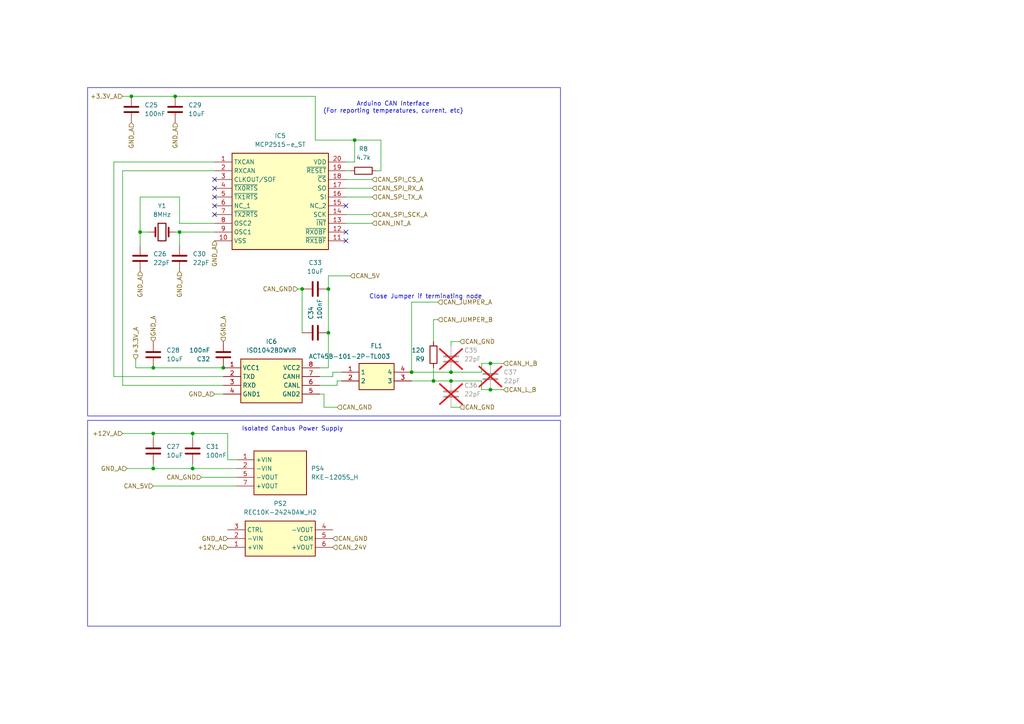
<source format=kicad_sch>
(kicad_sch (version 20250114) (generator "eeschema") (generator_version "9.0")
  (paper "A4")
  (lib_symbols
    (symbol "Device:C" (pin_numbers (hide yes)) (pin_names (offset 0.254))
      (property "Reference" "C" (at 0.635 2.54 0))
      (property "Value" "C" (at 0.635 -2.54 0))
      (symbol "C_0_1"
        (polyline (pts (xy -2.032 0.762) (xy 2.032 0.762)) (stroke (width 0.508)))
        (polyline (pts (xy -2.032 -0.762) (xy 2.032 -0.762)) (stroke (width 0.508)))
      )
      (symbol "C_1_1"
        (pin passive line (at 0 3.81 270) (length 2.794) (name "~") (number "1"))
        (pin passive line (at 0 -3.81 90) (length 2.794) (name "~") (number "2"))
      )
    )
    (symbol "Device:Crystal" (pin_numbers (hide yes)) (pin_names (offset 1.016) (hide yes))
      (property "Reference" "Y" (at 0 3.81 0))
      (property "Value" "Crystal" (at 0 -3.81 0))
      (symbol "Crystal_0_1"
        (polyline (pts (xy -2.54 0) (xy -1.905 0)))
        (polyline (pts (xy -1.905 -1.27) (xy -1.905 1.27)) (stroke (width 0.508)))
        (rectangle (start -1.143 2.54) (end 1.143 -2.54) (stroke (width 0.3048)))
        (polyline (pts (xy 1.905 -1.27) (xy 1.905 1.27)) (stroke (width 0.508)))
        (polyline (pts (xy 2.54 0) (xy 1.905 0)))
      )
      (symbol "Crystal_1_1"
        (pin passive line (at -3.81 0 0) (length 1.27) (name "1") (number "1"))
        (pin passive line (at 3.81 0 180) (length 1.27) (name "2") (number "2"))
      )
    )
    (symbol "Device:R" (pin_numbers (hide yes)) (pin_names (offset 0))
      (property "Reference" "R" (at 2.032 0 90))
      (property "Value" "R" (at 0 0 90))
      (symbol "R_0_1"
        (rectangle (start -1.016 -2.54) (end 1.016 2.54) (stroke (width 0.254)))
      )
      (symbol "R_1_1"
        (pin passive line (at 0 3.81 270) (length 1.27) (name "~") (number "1"))
        (pin passive line (at 0 -3.81 90) (length 1.27) (name "~") (number "2"))
      )
    )
    (symbol "InverterCom:ACT45B-101-2P-TL003"
      (property "Reference" "FL" (at 16.51 7.62 0))
      (property "Value" "ACT45B-101-2P-TL003" (at 16.51 5.08 0))
      (symbol "ACT45B-101-2P-TL003_1_1"
        (rectangle (start 5.08 2.54) (end 15.24 -5.08) (stroke (width 0.254)) (fill (type background)))
        (pin passive line (at 0 0 0) (length 5.08) (name "1") (number "1"))
        (pin passive line (at 0 -2.54 0) (length 5.08) (name "2") (number "2"))
        (pin passive line (at 20.32 0 180) (length 5.08) (name "4") (number "4"))
        (pin passive line (at 20.32 -2.54 180) (length 5.08) (name "3") (number "3"))
      )
    )
    (symbol "InverterCom:ISO1042BDWVR"
      (property "Reference" "IC" (at 24.13 7.62 0))
      (property "Value" "ISO1042BDWVR" (at 24.13 5.08 0))
      (symbol "ISO1042BDWVR_1_1"
        (rectangle (start 5.08 2.54) (end 22.86 -10.16) (stroke (width 0.254)) (fill (type background)))
        (pin passive line (at 0 0 0) (length 5.08) (name "VCC1") (number "1"))
        (pin passive line (at 0 -2.54 0) (length 5.08) (name "TXD") (number "2"))
        (pin passive line (at 0 -5.08 0) (length 5.08) (name "RXD") (number "3"))
        (pin passive line (at 0 -7.62 0) (length 5.08) (name "GND1") (number "4"))
        (pin passive line (at 27.94 0 180) (length 5.08) (name "VCC2") (number "8"))
        (pin passive line (at 27.94 -2.54 180) (length 5.08) (name "CANH") (number "7"))
        (pin passive line (at 27.94 -5.08 180) (length 5.08) (name "CANL") (number "6"))
        (pin passive line (at 27.94 -7.62 180) (length 5.08) (name "GND2") (number "5"))
      )
    )
    (symbol "InverterCom:MCP2515-e_ST"
      (property "Reference" "IC" (at 34.29 7.62 0))
      (property "Value" "MCP2515-e_ST" (at 34.29 5.08 0))
      (symbol "MCP2515-e_ST_1_1"
        (rectangle (start 5.08 2.54) (end 33.02 -25.4) (stroke (width 0.254)) (fill (type background)))
        (pin passive line (at 0 0 0) (length 5.08) (name "TXCAN") (number "1"))
        (pin passive line (at 0 -2.54 0) (length 5.08) (name "RXCAN") (number "2"))
        (pin passive line (at 0 -5.08 0) (length 5.08) (name "CLKOUT/SOF") (number "3"))
        (pin passive line (at 0 -7.62 0) (length 5.08) (name "~{TX0RTS}") (number "4"))
        (pin passive line (at 0 -10.16 0) (length 5.08) (name "~{TX1RTS}") (number "5"))
        (pin passive line (at 0 -12.7 0) (length 5.08) (name "NC_1") (number "6"))
        (pin passive line (at 0 -15.24 0) (length 5.08) (name "~{TX2RTS}") (number "7"))
        (pin passive line (at 0 -17.78 0) (length 5.08) (name "OSC2") (number "8"))
        (pin passive line (at 0 -20.32 0) (length 5.08) (name "OSC1") (number "9"))
        (pin passive line (at 0 -22.86 0) (length 5.08) (name "VSS") (number "10"))
        (pin passive line (at 38.1 0 180) (length 5.08) (name "VDD") (number "20"))
        (pin passive line (at 38.1 -2.54 180) (length 5.08) (name "~{RESET}") (number "19"))
        (pin passive line (at 38.1 -5.08 180) (length 5.08) (name "~{CS}") (number "18"))
        (pin passive line (at 38.1 -7.62 180) (length 5.08) (name "SO") (number "17"))
        (pin passive line (at 38.1 -10.16 180) (length 5.08) (name "SI") (number "16"))
        (pin passive line (at 38.1 -12.7 180) (length 5.08) (name "NC_2") (number "15"))
        (pin passive line (at 38.1 -15.24 180) (length 5.08) (name "SCK") (number "14"))
        (pin passive line (at 38.1 -17.78 180) (length 5.08) (name "~{INT}") (number "13"))
        (pin passive line (at 38.1 -20.32 180) (length 5.08) (name "~{RX0BF}") (number "12"))
        (pin passive line (at 38.1 -22.86 180) (length 5.08) (name "~{RX1BF}") (number "11"))
      )
    )
    (symbol "InverterCom:REC10K-2424DAW_H2"
      (property "Reference" "PS" (at 26.67 7.62 0))
      (property "Value" "REC10K-2424DAW_H2" (at 26.67 5.08 0))
      (symbol "REC10K-2424DAW_H2_1_1"
        (rectangle (start 5.08 2.54) (end 25.4 -7.62) (stroke (width 0.254)) (fill (type background)))
        (pin passive line (at 0 0 0) (length 5.08) (name "CTRL") (number "3"))
        (pin passive line (at 0 -2.54 0) (length 5.08) (name "-VIN") (number "2"))
        (pin passive line (at 0 -5.08 0) (length 5.08) (name "+VIN") (number "1"))
        (pin passive line (at 30.48 0 180) (length 5.08) (name "-VOUT") (number "4"))
        (pin passive line (at 30.48 -2.54 180) (length 5.08) (name "COM") (number "5"))
        (pin passive line (at 30.48 -5.08 180) (length 5.08) (name "+VOUT") (number "6"))
      )
    )
    (symbol "InverterCom:RKE-1205S_H"
      (property "Reference" "PS" (at 21.59 7.62 0))
      (property "Value" "RKE-1205S_H" (at 21.59 5.08 0))
      (symbol "RKE-1205S_H_1_1"
        (rectangle (start 5.08 2.54) (end 20.32 -10.16) (stroke (width 0.254)) (fill (type background)))
        (pin passive line (at 0 0 0) (length 5.08) (name "+VIN") (number "1"))
        (pin passive line (at 0 -2.54 0) (length 5.08) (name "-VIN") (number "2"))
        (pin passive line (at 0 -5.08 0) (length 5.08) (name "-VOUT") (number "5"))
        (pin passive line (at 0 -7.62 0) (length 5.08) (name "+VOUT") (number "7"))
      )
    )
  )
  (rectangle (start 25.4 25.4) (end 162.56 120.65))
  (rectangle (start 25.4 121.92) (end 162.56 181.61))
  (text "Close Jumper if terminating node\n" (at 123.444 86.106 0) (effects (font (size 1.27 1.27))))
  (text "Arduino CAN Interface\n(For reporting temperatures, current, etc)" (at 114.046 31.242 0) (effects (font (size 1.27 1.27))))
  (text "Isolated Canbus Power Supply\n" (at 84.836 124.46 0) (effects (font (size 1.27 1.27))))
  (junction (at 44.45 106.68))
  (junction (at 142.24 113.03))
  (junction (at 40.64 67.31))
  (junction (at 119.38 107.95))
  (junction (at 95.25 96.52))
  (junction (at 55.88 135.89))
  (junction (at 142.24 105.41))
  (junction (at 55.88 125.73))
  (junction (at 125.73 110.49))
  (junction (at 50.8 27.94))
  (junction (at 44.45 135.89))
  (junction (at 44.45 125.73))
  (junction (at 130.81 110.49))
  (junction (at 102.87 40.64))
  (junction (at 130.81 107.95))
  (junction (at 87.63 83.82))
  (junction (at 64.77 106.68))
  (junction (at 38.1 27.94))
  (junction (at 52.07 67.31))
  (junction (at 95.25 83.82))
  (no_connect (at 62.23 54.61))
  (no_connect (at 62.23 62.23))
  (no_connect (at 62.23 57.15))
  (no_connect (at 62.23 52.07))
  (no_connect (at 100.33 59.69))
  (no_connect (at 62.23 59.69))
  (no_connect (at 100.33 67.31))
  (no_connect (at 100.33 69.85))
  (wire (pts (xy 110.49 40.64) (xy 102.87 40.64)))
  (wire (pts (xy 97.79 111.76) (xy 92.71 111.76)))
  (wire (pts (xy 66.04 125.73) (xy 66.04 133.35)))
  (wire (pts (xy 139.7 113.03) (xy 142.24 113.03)))
  (wire (pts (xy 44.45 135.89) (xy 55.88 135.89)))
  (wire (pts (xy 100.33 62.23) (xy 107.95 62.23)))
  (wire (pts (xy 100.33 46.99) (xy 102.87 46.99)))
  (wire (pts (xy 95.25 83.82) (xy 95.25 96.52)))
  (wire (pts (xy 96.52 107.95) (xy 96.52 109.22)))
  (wire (pts (xy 55.88 125.73) (xy 66.04 125.73)))
  (wire (pts (xy 39.37 106.68) (xy 44.45 106.68)))
  (wire (pts (xy 55.88 134.62) (xy 55.88 135.89)))
  (wire (pts (xy 35.56 111.76) (xy 64.77 111.76)))
  (wire (pts (xy 44.45 140.97) (xy 68.58 140.97)))
  (wire (pts (xy 35.56 49.53) (xy 35.56 111.76)))
  (wire (pts (xy 44.45 125.73) (xy 55.88 125.73)))
  (wire (pts (xy 35.56 49.53) (xy 62.23 49.53)))
  (wire (pts (xy 35.56 27.94) (xy 38.1 27.94)))
  (wire (pts (xy 96.52 109.22) (xy 92.71 109.22)))
  (wire (pts (xy 97.79 110.49) (xy 97.79 111.76)))
  (wire (pts (xy 101.6 80.01) (xy 95.25 80.01)))
  (wire (pts (xy 93.98 114.3) (xy 92.71 114.3)))
  (wire (pts (xy 95.25 106.68) (xy 92.71 106.68)))
  (wire (pts (xy 125.73 92.71) (xy 127 92.71)))
  (wire (pts (xy 139.7 113.03) (xy 139.7 110.49)))
  (wire (pts (xy 36.83 135.89) (xy 44.45 135.89)))
  (wire (pts (xy 93.98 118.11) (xy 93.98 114.3)))
  (wire (pts (xy 100.33 49.53) (xy 101.6 49.53)))
  (wire (pts (xy 125.73 92.71) (xy 125.73 99.06)))
  (wire (pts (xy 44.45 106.68) (xy 64.77 106.68)))
  (wire (pts (xy 130.81 99.06) (xy 130.81 100.33)))
  (wire (pts (xy 100.33 64.77) (xy 107.95 64.77)))
  (wire (pts (xy 44.45 134.62) (xy 44.45 135.89)))
  (wire (pts (xy 127 87.63) (xy 119.38 87.63)))
  (wire (pts (xy 62.23 64.77) (xy 52.07 64.77)))
  (wire (pts (xy 102.87 46.99) (xy 102.87 40.64)))
  (wire (pts (xy 52.07 64.77) (xy 52.07 57.15)))
  (wire (pts (xy 97.79 118.11) (xy 93.98 118.11)))
  (wire (pts (xy 139.7 105.41) (xy 139.7 107.95)))
  (wire (pts (xy 91.44 27.94) (xy 50.8 27.94)))
  (wire (pts (xy 40.64 67.31) (xy 40.64 71.12)))
  (wire (pts (xy 100.33 52.07) (xy 107.95 52.07)))
  (wire (pts (xy 125.73 110.49) (xy 130.81 110.49)))
  (wire (pts (xy 142.24 105.41) (xy 146.05 105.41)))
  (wire (pts (xy 38.1 27.94) (xy 50.8 27.94)))
  (wire (pts (xy 119.38 107.95) (xy 130.81 107.95)))
  (wire (pts (xy 58.42 138.43) (xy 68.58 138.43)))
  (wire (pts (xy 96.52 107.95) (xy 99.06 107.95)))
  (wire (pts (xy 139.7 105.41) (xy 142.24 105.41)))
  (wire (pts (xy 119.38 110.49) (xy 125.73 110.49)))
  (wire (pts (xy 33.02 46.99) (xy 33.02 109.22)))
  (wire (pts (xy 39.37 106.68) (xy 39.37 104.14)))
  (wire (pts (xy 91.44 40.64) (xy 91.44 27.94)))
  (wire (pts (xy 100.33 57.15) (xy 107.95 57.15)))
  (wire (pts (xy 62.23 114.3) (xy 64.77 114.3)))
  (wire (pts (xy 52.07 67.31) (xy 62.23 67.31)))
  (wire (pts (xy 130.81 110.49) (xy 139.7 110.49)))
  (wire (pts (xy 50.8 67.31) (xy 52.07 67.31)))
  (wire (pts (xy 95.25 80.01) (xy 95.25 83.82)))
  (wire (pts (xy 86.36 83.82) (xy 87.63 83.82)))
  (wire (pts (xy 100.33 54.61) (xy 107.95 54.61)))
  (wire (pts (xy 55.88 125.73) (xy 55.88 127)))
  (wire (pts (xy 110.49 49.53) (xy 110.49 40.64)))
  (wire (pts (xy 130.81 118.11) (xy 133.35 118.11)))
  (wire (pts (xy 97.79 110.49) (xy 99.06 110.49)))
  (wire (pts (xy 55.88 135.89) (xy 68.58 135.89)))
  (wire (pts (xy 66.04 133.35) (xy 68.58 133.35)))
  (wire (pts (xy 33.02 109.22) (xy 64.77 109.22)))
  (wire (pts (xy 95.25 96.52) (xy 95.25 106.68)))
  (wire (pts (xy 130.81 107.95) (xy 139.7 107.95)))
  (wire (pts (xy 125.73 106.68) (xy 125.73 110.49)))
  (wire (pts (xy 142.24 113.03) (xy 146.05 113.03)))
  (wire (pts (xy 133.35 99.06) (xy 130.81 99.06)))
  (wire (pts (xy 40.64 57.15) (xy 40.64 67.31)))
  (wire (pts (xy 52.07 57.15) (xy 40.64 57.15)))
  (wire (pts (xy 119.38 87.63) (xy 119.38 107.95)))
  (wire (pts (xy 52.07 71.12) (xy 52.07 67.31)))
  (wire (pts (xy 35.56 125.73) (xy 44.45 125.73)))
  (wire (pts (xy 109.22 49.53) (xy 110.49 49.53)))
  (wire (pts (xy 91.44 40.64) (xy 102.87 40.64)))
  (wire (pts (xy 87.63 83.82) (xy 87.63 96.52)))
  (wire (pts (xy 33.02 46.99) (xy 62.23 46.99)))
  (wire (pts (xy 40.64 67.31) (xy 43.18 67.31)))
  (wire (pts (xy 44.45 125.73) (xy 44.45 127)))
  (hierarchical_label "GND_A" (shape input) (at 62.23 69.85 270))
  (hierarchical_label "GND_A" (shape input) (at 50.8 35.56 270))
  (hierarchical_label "GND_A" (shape input) (at 36.83 135.89 180))
  (hierarchical_label "GND_A" (shape input) (at 64.77 99.06 90))
  (hierarchical_label "CAN_GND" (shape input) (at 133.35 118.11 0))
  (hierarchical_label "CAN_SPI_CS_A" (shape input) (at 107.95 52.07 0))
  (hierarchical_label "+3.3V_A" (shape input) (at 39.37 104.14 90))
  (hierarchical_label "CAN_GND" (shape input) (at 58.42 138.43 180))
  (hierarchical_label "CAN_24V" (shape input) (at 96.52 158.75 0))
  (hierarchical_label "CAN_SPI_SCK_A" (shape input) (at 107.95 62.23 0))
  (hierarchical_label "+12V_A" (shape input) (at 35.56 125.73 180))
  (hierarchical_label "CAN_INT_A" (shape input) (at 107.95 64.77 0))
  (hierarchical_label "CAN_GND" (shape input) (at 133.35 99.06 0))
  (hierarchical_label "GND_A" (shape input) (at 40.64 78.74 270))
  (hierarchical_label "GND_A" (shape input) (at 52.07 78.74 270))
  (hierarchical_label "CAN_JUMPER_A" (shape input) (at 127 87.63 0))
  (hierarchical_label "CAN_GND" (shape input) (at 96.52 156.21 0))
  (hierarchical_label "GND_A" (shape input) (at 62.23 114.3 180))
  (hierarchical_label "CAN_L_B" (shape input) (at 146.05 113.03 0))
  (hierarchical_label "CAN_GND" (shape input) (at 86.36 83.82 180))
  (hierarchical_label "CAN_SPI_TX_A" (shape input) (at 107.95 57.15 0))
  (hierarchical_label "CAN_GND" (shape input) (at 97.79 118.11 0))
  (hierarchical_label "CAN_5V" (shape input) (at 44.45 140.97 180))
  (hierarchical_label "+3.3V_A" (shape input) (at 35.56 27.94 180))
  (hierarchical_label "CAN_H_B" (shape input) (at 146.05 105.41 0))
  (hierarchical_label "CAN_SPI_RX_A" (shape input) (at 107.95 54.61 0))
  (hierarchical_label "GND_A" (shape input) (at 38.1 35.56 270))
  (hierarchical_label "GND_A" (shape input) (at 66.04 156.21 180))
  (hierarchical_label "CAN_5V" (shape input) (at 101.6 80.01 0))
  (hierarchical_label "CAN_JUMPER_B" (shape input) (at 127 92.71 0))
  (hierarchical_label "GND_A" (shape input) (at 44.45 99.06 90))
  (hierarchical_label "+12V_A" (shape input) (at 66.04 158.75 180))
  (symbol (lib_id "Device:Crystal") (at 46.99 67.31 0) (unit 1)
    (property "Reference" "Y1" (at 46.99 59.69 0))
    (property "Value" "8MHz" (at 46.99 62.23 0))
    (property "Footprint" "Crystal:Crystal_HC49-4H_Vertical" (effects (hide yes)))
    (property "Description" "Two pin crystal" (effects (hide yes)))
  )
  (symbol (lib_id "Device:R") (at 125.73 102.87 0) (unit 1)
    (property "Reference" "R9" (at 123.19 104.1401 0) (effects (justify right)))
    (property "Value" "120" (at 123.19 101.6001 0) (effects (justify right)))
    (property "Footprint" "Resistor_SMD:R_1210_3225Metric_Pad1.30x2.65mm_HandSolder" (effects (hide yes)))
    (property "Description" "Resistor" (effects (hide yes)))
  )
  (symbol (lib_id "Device:C") (at 130.81 114.3 0) (unit 1) (dnp yes)
    (property "Reference" "C36" (at 134.62 111.7599 0) (effects (justify left)))
    (property "Value" "22pF" (at 134.62 114.2999 0) (effects (justify left)))
    (property "Footprint" "Capacitor_SMD:C_1210_3225Metric_Pad1.33x2.70mm_HandSolder" (effects (hide yes)))
    (property "Description" "Unpolarized capacitor" (effects (hide yes)))
  )
  (symbol (lib_id "Device:C") (at 38.1 31.75 0) (unit 1)
    (property "Reference" "C25" (at 41.91 30.4799 0) (effects (justify left)))
    (property "Value" "100nF" (at 41.91 33.02 0) (effects (justify left)))
    (property "Footprint" "Capacitor_SMD:C_1210_3225Metric_Pad1.33x2.70mm_HandSolder" (effects (hide yes)))
    (property "Description" "Unpolarized capacitor" (effects (hide yes)))
  )
  (symbol (lib_id "InverterCom:ISO1042BDWVR") (at 64.77 106.68 0) (unit 1)
    (property "Reference" "IC6" (at 78.74 99.06 0))
    (property "Value" "ISO1042BDWVR" (at 78.74 101.6 0))
    (property "Footprint" "InverterCom:SOIC127P1150X280-8N" (effects (hide yes)))
    (property "Datasheet" "http://www.ti.com/lit/gpn/ISO1042" (effects (hide yes)))
    (property "Description" "Isolated CAN Transceiver With 70-V Bus Fault Protection and Flexible Data Rate" (effects (hide yes)))
    (property "Height" "2.8" (effects (hide yes)))
    (property "Mouser Part Number" "595-ISO1042BDWVR" (effects (hide yes)))
    (property "Mouser Price/Stock" "https://www.mouser.co.uk/ProductDetail/Texas-Instruments/ISO1042BDWVR?qs=qSfuJ%252Bfl%2Fd68DAhWt0GTEQ%3D%3D" (effects (hide yes)))
    (property "Manufacturer_Name" "Texas Instruments" (effects (hide yes)))
    (property "Manufacturer_Part_Number" "ISO1042BDWVR" (effects (hide yes)))
  )
  (symbol (lib_id "InverterCom:MCP2515-e_ST") (at 62.23 46.99 0) (unit 1)
    (property "Reference" "IC5" (at 81.28 39.37 0))
    (property "Value" "MCP2515-e_ST" (at 81.28 41.91 0))
    (property "Footprint" "InverterCom:SOP65P640X120-20N" (effects (hide yes)))
    (property "Datasheet" "https://datasheet.datasheetarchive.com/originals/distributors/SFDatasheet-4/sf-00090060.pdf" (effects (hide yes)))
    (property "Description" "CAN controller with SPI, 125 degC" (effects (hide yes)))
    (property "Height" "1.2" (effects (hide yes)))
    (property "Mouser Part Number" "579-MCP2515-E/ST" (effects (hide yes)))
    (property "Mouser Price/Stock" "https://www.mouser.co.uk/ProductDetail/Microchip-Technology/MCP2515-E-ST?qs=y1t9dHv1DsIvDWDHTyyG6w%3D%3D" (effects (hide yes)))
    (property "Manufacturer_Name" "Microchip" (effects (hide yes)))
    (property "Manufacturer_Part_Number" "MCP2515-e/ST" (effects (hide yes)))
  )
  (symbol (lib_id "Device:C") (at 50.8 31.75 0) (unit 1)
    (property "Reference" "C29" (at 54.61 30.4799 0) (effects (justify left)))
    (property "Value" "10uF" (at 54.61 33.0199 0) (effects (justify left)))
    (property "Footprint" "Capacitor_SMD:C_1210_3225Metric_Pad1.33x2.70mm_HandSolder" (effects (hide yes)))
    (property "Description" "Unpolarized capacitor" (effects (hide yes)))
  )
  (symbol (lib_id "Device:C") (at 91.44 83.82 270) (unit 1)
    (property "Reference" "C33" (at 91.44 76.2 90))
    (property "Value" "10uF" (at 91.44 78.74 90))
    (property "Footprint" "Capacitor_SMD:C_1210_3225Metric_Pad1.33x2.70mm_HandSolder" (effects (hide yes)))
    (property "Description" "Unpolarized capacitor" (effects (hide yes)))
  )
  (symbol (lib_id "Device:C") (at 52.07 74.93 0) (unit 1)
    (property "Reference" "C30" (at 55.88 73.6599 0) (effects (justify left)))
    (property "Value" "22pF" (at 55.88 76.1999 0) (effects (justify left)))
    (property "Footprint" "Capacitor_SMD:C_1210_3225Metric_Pad1.33x2.70mm_HandSolder" (effects (hide yes)))
    (property "Description" "Unpolarized capacitor" (effects (hide yes)))
  )
  (symbol (lib_id "Device:C") (at 130.81 104.14 0) (unit 1) (dnp yes)
    (property "Reference" "C35" (at 134.62 101.5999 0) (effects (justify left)))
    (property "Value" "22pF" (at 134.62 104.1399 0) (effects (justify left)))
    (property "Footprint" "Capacitor_SMD:C_1210_3225Metric_Pad1.33x2.70mm_HandSolder" (effects (hide yes)))
    (property "Description" "Unpolarized capacitor" (effects (hide yes)))
  )
  (symbol (lib_id "Device:C") (at 91.44 96.52 90) (unit 1)
    (property "Reference" "C34" (at 90.1699 92.71 0) (effects (justify left)))
    (property "Value" "100nF" (at 92.71 92.71 0) (effects (justify left)))
    (property "Footprint" "Capacitor_SMD:C_1210_3225Metric_Pad1.33x2.70mm_HandSolder" (effects (hide yes)))
    (property "Description" "Unpolarized capacitor" (effects (hide yes)))
  )
  (symbol (lib_id "Device:C") (at 40.64 74.93 0) (unit 1)
    (property "Reference" "C26" (at 44.45 73.6599 0) (effects (justify left)))
    (property "Value" "22pF" (at 44.45 76.1999 0) (effects (justify left)))
    (property "Footprint" "Capacitor_SMD:C_1210_3225Metric_Pad1.33x2.70mm_HandSolder" (effects (hide yes)))
    (property "Description" "Unpolarized capacitor" (effects (hide yes)))
  )
  (symbol (lib_id "Device:C") (at 55.88 130.81 0) (unit 1)
    (property "Reference" "C31" (at 59.69 129.5399 0) (effects (justify left)))
    (property "Value" "100nF" (at 59.69 132.0799 0) (effects (justify left)))
    (property "Footprint" "Capacitor_SMD:C_1210_3225Metric_Pad1.33x2.70mm_HandSolder" (effects (hide yes)))
    (property "Description" "Unpolarized capacitor" (effects (hide yes)))
  )
  (symbol (lib_id "InverterCom:ACT45B-101-2P-TL003") (at 99.06 107.95 0) (unit 1)
    (property "Reference" "FL1" (at 109.22 100.33 0))
    (property "Value" "ACT45B-101-2P-TL003" (at 101.346 103.378 0))
    (property "Footprint" "InverterCom:ACT45B1012PTL003" (effects (hide yes)))
    (property "Datasheet" "https://product.tdk.com/system/files/dam/doc/product/emc/emc/cmf_cmc/catalog/cmf_automotive_signal_act45b_en.pdf" (effects (hide yes)))
    (property "Description" "Common Mode Filters / Chokes, |Z|=5800 at 10MHz, L x W x T :" (effects (hide yes)))
    (property "Height" "3" (effects (hide yes)))
    (property "Mouser Part Number" "810-ACT45B1012PTL003" (effects (hide yes)))
    (property "Mouser Price/Stock" "https://www.mouser.co.uk/ProductDetail/TDK/ACT45B-101-2P-TL003?qs=SKgu1TwNDxoLFWvwfqJuJA%3D%3D" (effects (hide yes)))
    (property "Manufacturer_Name" "TDK" (effects (hide yes)))
    (property "Manufacturer_Part_Number" "ACT45B-101-2P-TL003" (effects (hide yes)))
  )
  (symbol (lib_id "Device:C") (at 44.45 102.87 0) (unit 1)
    (property "Reference" "C28" (at 48.26 101.5999 0) (effects (justify left)))
    (property "Value" "10uF" (at 48.26 104.1399 0) (effects (justify left)))
    (property "Footprint" "Capacitor_SMD:C_1210_3225Metric_Pad1.33x2.70mm_HandSolder" (effects (hide yes)))
    (property "Description" "Unpolarized capacitor" (effects (hide yes)))
  )
  (symbol (lib_id "InverterCom:RKE-1205S_H") (at 68.58 133.35 0) (unit 1)
    (property "Reference" "PS4" (at 90.17 135.8899 0) (effects (justify left)))
    (property "Value" "RKE-1205S_H" (at 90.17 138.4299 0) (effects (justify left)))
    (property "Footprint" "InverterCom:RKE1205SH" (effects (hide yes)))
    (property "Datasheet" "https://www.recom-power.com/pdf/Econoline/RKE.pdf" (effects (hide yes)))
    (property "Description" "Recom Through Hole 1W Isolated DC-DC Converter, Vin Maximum of 12 V dc, I/O isolation 4kV dc, Vout 5V dc" (effects (hide yes)))
    (property "Height" "10.7" (effects (hide yes)))
    (property "Mouser Part Number" "919-RKE-1205S/H" (effects (hide yes)))
    (property "Mouser Price/Stock" "https://www.mouser.co.uk/ProductDetail/RECOM-Power/RKE-1205S-H?qs=IFMNCcK%2FBZwj8OgeraTUUA%3D%3D" (effects (hide yes)))
    (property "Manufacturer_Name" "RECOM Power" (effects (hide yes)))
    (property "Manufacturer_Part_Number" "RKE-1205S/H" (effects (hide yes)))
  )
  (symbol (lib_id "Device:R") (at 105.41 49.53 90) (unit 1)
    (property "Reference" "R8" (at 105.41 43.18 90))
    (property "Value" "4.7k" (at 105.41 45.72 90))
    (property "Footprint" "Resistor_SMD:R_1210_3225Metric_Pad1.30x2.65mm_HandSolder" (effects (hide yes)))
    (property "Description" "Resistor" (effects (hide yes)))
  )
  (symbol (lib_id "InverterCom:REC10K-2424DAW_H2") (at 66.04 153.67 0) (unit 1)
    (property "Reference" "PS2" (at 81.28 146.05 0))
    (property "Value" "REC10K-2424DAW_H2" (at 81.28 148.59 0))
    (property "Footprint" "REC10K-AW" (effects (hide yes)))
    (property "Datasheet" "https://recom-power.com/pdf/Econoline/REC10K-AW.pdf" (effects (hide yes)))
    (property "Description" "10W DC/DC-Converter \\'ECONOLINE\\' 1\"x1\" 1.6kV reg 4:1" (effects (hide yes)))
    (property "Height" "10.7" (effects (hide yes)))
    (property "Mouser Part Number" "919-REC10K-2424DAWH2" (effects (hide yes)))
    (property "Mouser Price/Stock" "https://www.mouser.co.uk/ProductDetail/RECOM-Power/REC10K-2424DAW-H2?qs=wT7LY0lnAe2nYM8qLDX7zA%3D%3D" (effects (hide yes)))
    (property "Manufacturer_Name" "RECOM Power" (effects (hide yes)))
    (property "Manufacturer_Part_Number" "REC10K-2424DAW/H2" (effects (hide yes)))
  )
  (symbol (lib_id "Device:C") (at 142.24 109.22 0) (unit 1) (dnp yes)
    (property "Reference" "C37" (at 146.05 107.9499 0) (effects (justify left)))
    (property "Value" "22pF" (at 146.05 110.4899 0) (effects (justify left)))
    (property "Footprint" "Capacitor_SMD:C_1210_3225Metric_Pad1.33x2.70mm_HandSolder" (effects (hide yes)))
    (property "Description" "Unpolarized capacitor" (effects (hide yes)))
  )
  (symbol (lib_id "Device:C") (at 64.77 102.87 180) (unit 1)
    (property "Reference" "C32" (at 60.96 104.1401 0) (effects (justify left)))
    (property "Value" "100nF" (at 60.96 101.6 0) (effects (justify left)))
    (property "Footprint" "Capacitor_SMD:C_1210_3225Metric_Pad1.33x2.70mm_HandSolder" (effects (hide yes)))
    (property "Description" "Unpolarized capacitor" (effects (hide yes)))
  )
  (symbol (lib_id "Device:C") (at 44.45 130.81 0) (unit 1)
    (property "Reference" "C27" (at 48.26 129.5399 0) (effects (justify left)))
    (property "Value" "10uF" (at 48.26 132.0799 0) (effects (justify left)))
    (property "Footprint" "Capacitor_SMD:C_1210_3225Metric_Pad1.33x2.70mm_HandSolder" (effects (hide yes)))
    (property "Description" "Unpolarized capacitor" (effects (hide yes)))
  )
)
</source>
